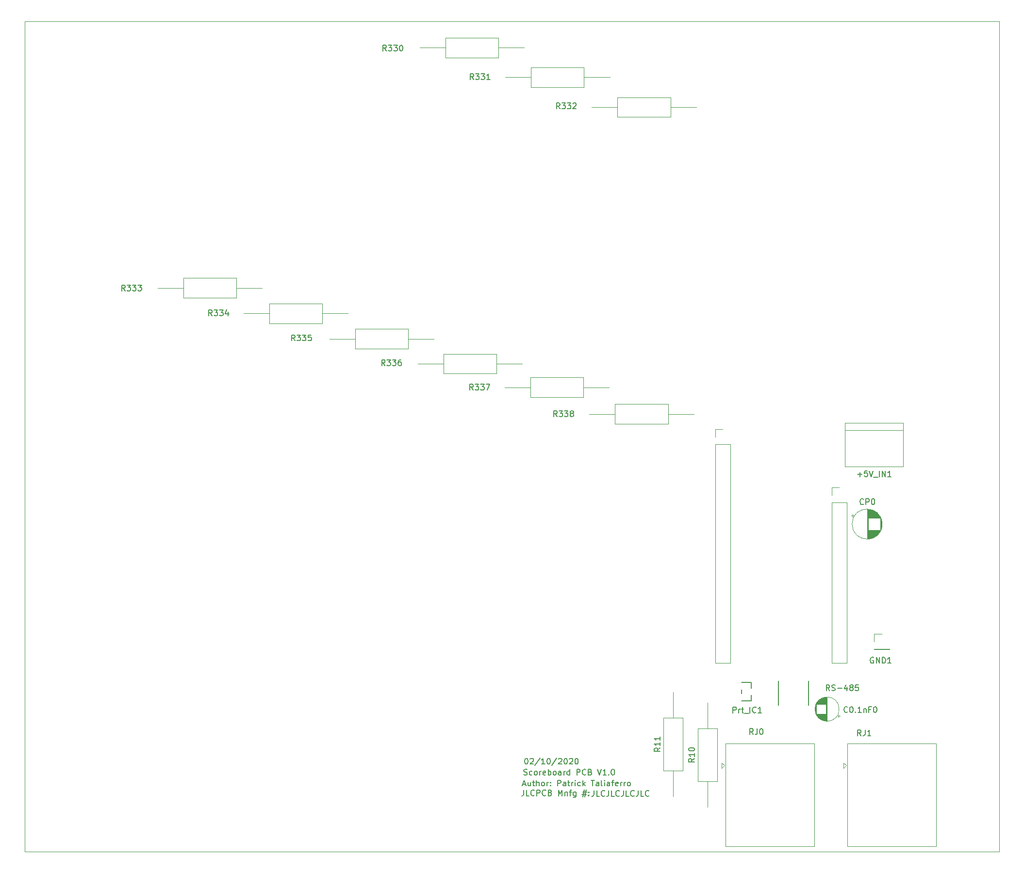
<source format=gbr>
G04 #@! TF.GenerationSoftware,KiCad,Pcbnew,5.1.5-52549c5~84~ubuntu18.04.1*
G04 #@! TF.CreationDate,2020-02-12T19:36:06-05:00*
G04 #@! TF.ProjectId,solenoid_board,736f6c65-6e6f-4696-945f-626f6172642e,rev?*
G04 #@! TF.SameCoordinates,Original*
G04 #@! TF.FileFunction,Legend,Top*
G04 #@! TF.FilePolarity,Positive*
%FSLAX46Y46*%
G04 Gerber Fmt 4.6, Leading zero omitted, Abs format (unit mm)*
G04 Created by KiCad (PCBNEW 5.1.5-52549c5~84~ubuntu18.04.1) date 2020-02-12 19:36:06*
%MOMM*%
%LPD*%
G04 APERTURE LIST*
G04 #@! TA.AperFunction,Profile*
%ADD10C,0.120000*%
G04 #@! TD*
%ADD11C,0.150000*%
%ADD12C,0.120000*%
%ADD13C,0.152400*%
G04 APERTURE END LIST*
D10*
X55000000Y-160000000D02*
X225000000Y-160000000D01*
X55000000Y-15000000D02*
X55000000Y-160000000D01*
X225000000Y-15000000D02*
X55000000Y-15000000D01*
X225000000Y-160000000D02*
X225000000Y-15000000D01*
D11*
X154308752Y-149286980D02*
X154308752Y-150001266D01*
X154261133Y-150144123D01*
X154165895Y-150239361D01*
X154023038Y-150286980D01*
X153927800Y-150286980D01*
X155261133Y-150286980D02*
X154784942Y-150286980D01*
X154784942Y-149286980D01*
X156165895Y-150191742D02*
X156118276Y-150239361D01*
X155975419Y-150286980D01*
X155880180Y-150286980D01*
X155737323Y-150239361D01*
X155642085Y-150144123D01*
X155594466Y-150048885D01*
X155546847Y-149858409D01*
X155546847Y-149715552D01*
X155594466Y-149525076D01*
X155642085Y-149429838D01*
X155737323Y-149334600D01*
X155880180Y-149286980D01*
X155975419Y-149286980D01*
X156118276Y-149334600D01*
X156165895Y-149382219D01*
X156880180Y-149286980D02*
X156880180Y-150001266D01*
X156832561Y-150144123D01*
X156737323Y-150239361D01*
X156594466Y-150286980D01*
X156499228Y-150286980D01*
X157832561Y-150286980D02*
X157356371Y-150286980D01*
X157356371Y-149286980D01*
X158737323Y-150191742D02*
X158689704Y-150239361D01*
X158546847Y-150286980D01*
X158451609Y-150286980D01*
X158308752Y-150239361D01*
X158213514Y-150144123D01*
X158165895Y-150048885D01*
X158118276Y-149858409D01*
X158118276Y-149715552D01*
X158165895Y-149525076D01*
X158213514Y-149429838D01*
X158308752Y-149334600D01*
X158451609Y-149286980D01*
X158546847Y-149286980D01*
X158689704Y-149334600D01*
X158737323Y-149382219D01*
X159451609Y-149286980D02*
X159451609Y-150001266D01*
X159403990Y-150144123D01*
X159308752Y-150239361D01*
X159165895Y-150286980D01*
X159070657Y-150286980D01*
X160403990Y-150286980D02*
X159927800Y-150286980D01*
X159927800Y-149286980D01*
X161308752Y-150191742D02*
X161261133Y-150239361D01*
X161118276Y-150286980D01*
X161023038Y-150286980D01*
X160880180Y-150239361D01*
X160784942Y-150144123D01*
X160737323Y-150048885D01*
X160689704Y-149858409D01*
X160689704Y-149715552D01*
X160737323Y-149525076D01*
X160784942Y-149429838D01*
X160880180Y-149334600D01*
X161023038Y-149286980D01*
X161118276Y-149286980D01*
X161261133Y-149334600D01*
X161308752Y-149382219D01*
X162023038Y-149286980D02*
X162023038Y-150001266D01*
X161975419Y-150144123D01*
X161880180Y-150239361D01*
X161737323Y-150286980D01*
X161642085Y-150286980D01*
X162975419Y-150286980D02*
X162499228Y-150286980D01*
X162499228Y-149286980D01*
X163880180Y-150191742D02*
X163832561Y-150239361D01*
X163689704Y-150286980D01*
X163594466Y-150286980D01*
X163451609Y-150239361D01*
X163356371Y-150144123D01*
X163308752Y-150048885D01*
X163261133Y-149858409D01*
X163261133Y-149715552D01*
X163308752Y-149525076D01*
X163356371Y-149429838D01*
X163451609Y-149334600D01*
X163594466Y-149286980D01*
X163689704Y-149286980D01*
X163832561Y-149334600D01*
X163880180Y-149382219D01*
X142050190Y-149185380D02*
X142050190Y-149899666D01*
X142002571Y-150042523D01*
X141907333Y-150137761D01*
X141764476Y-150185380D01*
X141669238Y-150185380D01*
X143002571Y-150185380D02*
X142526380Y-150185380D01*
X142526380Y-149185380D01*
X143907333Y-150090142D02*
X143859714Y-150137761D01*
X143716857Y-150185380D01*
X143621619Y-150185380D01*
X143478761Y-150137761D01*
X143383523Y-150042523D01*
X143335904Y-149947285D01*
X143288285Y-149756809D01*
X143288285Y-149613952D01*
X143335904Y-149423476D01*
X143383523Y-149328238D01*
X143478761Y-149233000D01*
X143621619Y-149185380D01*
X143716857Y-149185380D01*
X143859714Y-149233000D01*
X143907333Y-149280619D01*
X144335904Y-150185380D02*
X144335904Y-149185380D01*
X144716857Y-149185380D01*
X144812095Y-149233000D01*
X144859714Y-149280619D01*
X144907333Y-149375857D01*
X144907333Y-149518714D01*
X144859714Y-149613952D01*
X144812095Y-149661571D01*
X144716857Y-149709190D01*
X144335904Y-149709190D01*
X145907333Y-150090142D02*
X145859714Y-150137761D01*
X145716857Y-150185380D01*
X145621619Y-150185380D01*
X145478761Y-150137761D01*
X145383523Y-150042523D01*
X145335904Y-149947285D01*
X145288285Y-149756809D01*
X145288285Y-149613952D01*
X145335904Y-149423476D01*
X145383523Y-149328238D01*
X145478761Y-149233000D01*
X145621619Y-149185380D01*
X145716857Y-149185380D01*
X145859714Y-149233000D01*
X145907333Y-149280619D01*
X146669238Y-149661571D02*
X146812095Y-149709190D01*
X146859714Y-149756809D01*
X146907333Y-149852047D01*
X146907333Y-149994904D01*
X146859714Y-150090142D01*
X146812095Y-150137761D01*
X146716857Y-150185380D01*
X146335904Y-150185380D01*
X146335904Y-149185380D01*
X146669238Y-149185380D01*
X146764476Y-149233000D01*
X146812095Y-149280619D01*
X146859714Y-149375857D01*
X146859714Y-149471095D01*
X146812095Y-149566333D01*
X146764476Y-149613952D01*
X146669238Y-149661571D01*
X146335904Y-149661571D01*
X148097809Y-150185380D02*
X148097809Y-149185380D01*
X148431142Y-149899666D01*
X148764476Y-149185380D01*
X148764476Y-150185380D01*
X149240666Y-149518714D02*
X149240666Y-150185380D01*
X149240666Y-149613952D02*
X149288285Y-149566333D01*
X149383523Y-149518714D01*
X149526380Y-149518714D01*
X149621619Y-149566333D01*
X149669238Y-149661571D01*
X149669238Y-150185380D01*
X150002571Y-149518714D02*
X150383523Y-149518714D01*
X150145428Y-150185380D02*
X150145428Y-149328238D01*
X150193047Y-149233000D01*
X150288285Y-149185380D01*
X150383523Y-149185380D01*
X151145428Y-149518714D02*
X151145428Y-150328238D01*
X151097809Y-150423476D01*
X151050190Y-150471095D01*
X150954952Y-150518714D01*
X150812095Y-150518714D01*
X150716857Y-150471095D01*
X151145428Y-150137761D02*
X151050190Y-150185380D01*
X150859714Y-150185380D01*
X150764476Y-150137761D01*
X150716857Y-150090142D01*
X150669238Y-149994904D01*
X150669238Y-149709190D01*
X150716857Y-149613952D01*
X150764476Y-149566333D01*
X150859714Y-149518714D01*
X151050190Y-149518714D01*
X151145428Y-149566333D01*
X152335904Y-149518714D02*
X153050190Y-149518714D01*
X152621619Y-149090142D02*
X152335904Y-150375857D01*
X152954952Y-149947285D02*
X152240666Y-149947285D01*
X152669238Y-150375857D02*
X152954952Y-149090142D01*
X153383523Y-150090142D02*
X153431142Y-150137761D01*
X153383523Y-150185380D01*
X153335904Y-150137761D01*
X153383523Y-150090142D01*
X153383523Y-150185380D01*
X153383523Y-149566333D02*
X153431142Y-149613952D01*
X153383523Y-149661571D01*
X153335904Y-149613952D01*
X153383523Y-149566333D01*
X153383523Y-149661571D01*
X142459628Y-143673580D02*
X142554866Y-143673580D01*
X142650104Y-143721200D01*
X142697723Y-143768819D01*
X142745342Y-143864057D01*
X142792961Y-144054533D01*
X142792961Y-144292628D01*
X142745342Y-144483104D01*
X142697723Y-144578342D01*
X142650104Y-144625961D01*
X142554866Y-144673580D01*
X142459628Y-144673580D01*
X142364390Y-144625961D01*
X142316771Y-144578342D01*
X142269152Y-144483104D01*
X142221533Y-144292628D01*
X142221533Y-144054533D01*
X142269152Y-143864057D01*
X142316771Y-143768819D01*
X142364390Y-143721200D01*
X142459628Y-143673580D01*
X143173914Y-143768819D02*
X143221533Y-143721200D01*
X143316771Y-143673580D01*
X143554866Y-143673580D01*
X143650104Y-143721200D01*
X143697723Y-143768819D01*
X143745342Y-143864057D01*
X143745342Y-143959295D01*
X143697723Y-144102152D01*
X143126295Y-144673580D01*
X143745342Y-144673580D01*
X144888200Y-143625961D02*
X144031057Y-144911676D01*
X145745342Y-144673580D02*
X145173914Y-144673580D01*
X145459628Y-144673580D02*
X145459628Y-143673580D01*
X145364390Y-143816438D01*
X145269152Y-143911676D01*
X145173914Y-143959295D01*
X146364390Y-143673580D02*
X146459628Y-143673580D01*
X146554866Y-143721200D01*
X146602485Y-143768819D01*
X146650104Y-143864057D01*
X146697723Y-144054533D01*
X146697723Y-144292628D01*
X146650104Y-144483104D01*
X146602485Y-144578342D01*
X146554866Y-144625961D01*
X146459628Y-144673580D01*
X146364390Y-144673580D01*
X146269152Y-144625961D01*
X146221533Y-144578342D01*
X146173914Y-144483104D01*
X146126295Y-144292628D01*
X146126295Y-144054533D01*
X146173914Y-143864057D01*
X146221533Y-143768819D01*
X146269152Y-143721200D01*
X146364390Y-143673580D01*
X147840580Y-143625961D02*
X146983438Y-144911676D01*
X148126295Y-143768819D02*
X148173914Y-143721200D01*
X148269152Y-143673580D01*
X148507247Y-143673580D01*
X148602485Y-143721200D01*
X148650104Y-143768819D01*
X148697723Y-143864057D01*
X148697723Y-143959295D01*
X148650104Y-144102152D01*
X148078676Y-144673580D01*
X148697723Y-144673580D01*
X149316771Y-143673580D02*
X149412009Y-143673580D01*
X149507247Y-143721200D01*
X149554866Y-143768819D01*
X149602485Y-143864057D01*
X149650104Y-144054533D01*
X149650104Y-144292628D01*
X149602485Y-144483104D01*
X149554866Y-144578342D01*
X149507247Y-144625961D01*
X149412009Y-144673580D01*
X149316771Y-144673580D01*
X149221533Y-144625961D01*
X149173914Y-144578342D01*
X149126295Y-144483104D01*
X149078676Y-144292628D01*
X149078676Y-144054533D01*
X149126295Y-143864057D01*
X149173914Y-143768819D01*
X149221533Y-143721200D01*
X149316771Y-143673580D01*
X150031057Y-143768819D02*
X150078676Y-143721200D01*
X150173914Y-143673580D01*
X150412009Y-143673580D01*
X150507247Y-143721200D01*
X150554866Y-143768819D01*
X150602485Y-143864057D01*
X150602485Y-143959295D01*
X150554866Y-144102152D01*
X149983438Y-144673580D01*
X150602485Y-144673580D01*
X151221533Y-143673580D02*
X151316771Y-143673580D01*
X151412009Y-143721200D01*
X151459628Y-143768819D01*
X151507247Y-143864057D01*
X151554866Y-144054533D01*
X151554866Y-144292628D01*
X151507247Y-144483104D01*
X151459628Y-144578342D01*
X151412009Y-144625961D01*
X151316771Y-144673580D01*
X151221533Y-144673580D01*
X151126295Y-144625961D01*
X151078676Y-144578342D01*
X151031057Y-144483104D01*
X150983438Y-144292628D01*
X150983438Y-144054533D01*
X151031057Y-143864057D01*
X151078676Y-143768819D01*
X151126295Y-143721200D01*
X151221533Y-143673580D01*
X141901447Y-148197866D02*
X142377638Y-148197866D01*
X141806209Y-148483580D02*
X142139542Y-147483580D01*
X142472876Y-148483580D01*
X143234780Y-147816914D02*
X143234780Y-148483580D01*
X142806209Y-147816914D02*
X142806209Y-148340723D01*
X142853828Y-148435961D01*
X142949066Y-148483580D01*
X143091923Y-148483580D01*
X143187161Y-148435961D01*
X143234780Y-148388342D01*
X143568114Y-147816914D02*
X143949066Y-147816914D01*
X143710971Y-147483580D02*
X143710971Y-148340723D01*
X143758590Y-148435961D01*
X143853828Y-148483580D01*
X143949066Y-148483580D01*
X144282400Y-148483580D02*
X144282400Y-147483580D01*
X144710971Y-148483580D02*
X144710971Y-147959771D01*
X144663352Y-147864533D01*
X144568114Y-147816914D01*
X144425257Y-147816914D01*
X144330019Y-147864533D01*
X144282400Y-147912152D01*
X145330019Y-148483580D02*
X145234780Y-148435961D01*
X145187161Y-148388342D01*
X145139542Y-148293104D01*
X145139542Y-148007390D01*
X145187161Y-147912152D01*
X145234780Y-147864533D01*
X145330019Y-147816914D01*
X145472876Y-147816914D01*
X145568114Y-147864533D01*
X145615733Y-147912152D01*
X145663352Y-148007390D01*
X145663352Y-148293104D01*
X145615733Y-148388342D01*
X145568114Y-148435961D01*
X145472876Y-148483580D01*
X145330019Y-148483580D01*
X146091923Y-148483580D02*
X146091923Y-147816914D01*
X146091923Y-148007390D02*
X146139542Y-147912152D01*
X146187161Y-147864533D01*
X146282400Y-147816914D01*
X146377638Y-147816914D01*
X146710971Y-148388342D02*
X146758590Y-148435961D01*
X146710971Y-148483580D01*
X146663352Y-148435961D01*
X146710971Y-148388342D01*
X146710971Y-148483580D01*
X146710971Y-147864533D02*
X146758590Y-147912152D01*
X146710971Y-147959771D01*
X146663352Y-147912152D01*
X146710971Y-147864533D01*
X146710971Y-147959771D01*
X147949066Y-148483580D02*
X147949066Y-147483580D01*
X148330019Y-147483580D01*
X148425257Y-147531200D01*
X148472876Y-147578819D01*
X148520495Y-147674057D01*
X148520495Y-147816914D01*
X148472876Y-147912152D01*
X148425257Y-147959771D01*
X148330019Y-148007390D01*
X147949066Y-148007390D01*
X149377638Y-148483580D02*
X149377638Y-147959771D01*
X149330019Y-147864533D01*
X149234780Y-147816914D01*
X149044304Y-147816914D01*
X148949066Y-147864533D01*
X149377638Y-148435961D02*
X149282400Y-148483580D01*
X149044304Y-148483580D01*
X148949066Y-148435961D01*
X148901447Y-148340723D01*
X148901447Y-148245485D01*
X148949066Y-148150247D01*
X149044304Y-148102628D01*
X149282400Y-148102628D01*
X149377638Y-148055009D01*
X149710971Y-147816914D02*
X150091923Y-147816914D01*
X149853828Y-147483580D02*
X149853828Y-148340723D01*
X149901447Y-148435961D01*
X149996685Y-148483580D01*
X150091923Y-148483580D01*
X150425257Y-148483580D02*
X150425257Y-147816914D01*
X150425257Y-148007390D02*
X150472876Y-147912152D01*
X150520495Y-147864533D01*
X150615733Y-147816914D01*
X150710971Y-147816914D01*
X151044304Y-148483580D02*
X151044304Y-147816914D01*
X151044304Y-147483580D02*
X150996685Y-147531200D01*
X151044304Y-147578819D01*
X151091923Y-147531200D01*
X151044304Y-147483580D01*
X151044304Y-147578819D01*
X151949066Y-148435961D02*
X151853828Y-148483580D01*
X151663352Y-148483580D01*
X151568114Y-148435961D01*
X151520495Y-148388342D01*
X151472876Y-148293104D01*
X151472876Y-148007390D01*
X151520495Y-147912152D01*
X151568114Y-147864533D01*
X151663352Y-147816914D01*
X151853828Y-147816914D01*
X151949066Y-147864533D01*
X152377638Y-148483580D02*
X152377638Y-147483580D01*
X152472876Y-148102628D02*
X152758590Y-148483580D01*
X152758590Y-147816914D02*
X152377638Y-148197866D01*
X153806209Y-147483580D02*
X154377638Y-147483580D01*
X154091923Y-148483580D02*
X154091923Y-147483580D01*
X155139542Y-148483580D02*
X155139542Y-147959771D01*
X155091923Y-147864533D01*
X154996685Y-147816914D01*
X154806209Y-147816914D01*
X154710971Y-147864533D01*
X155139542Y-148435961D02*
X155044304Y-148483580D01*
X154806209Y-148483580D01*
X154710971Y-148435961D01*
X154663352Y-148340723D01*
X154663352Y-148245485D01*
X154710971Y-148150247D01*
X154806209Y-148102628D01*
X155044304Y-148102628D01*
X155139542Y-148055009D01*
X155758590Y-148483580D02*
X155663352Y-148435961D01*
X155615733Y-148340723D01*
X155615733Y-147483580D01*
X156139542Y-148483580D02*
X156139542Y-147816914D01*
X156139542Y-147483580D02*
X156091923Y-147531200D01*
X156139542Y-147578819D01*
X156187161Y-147531200D01*
X156139542Y-147483580D01*
X156139542Y-147578819D01*
X157044304Y-148483580D02*
X157044304Y-147959771D01*
X156996685Y-147864533D01*
X156901447Y-147816914D01*
X156710971Y-147816914D01*
X156615733Y-147864533D01*
X157044304Y-148435961D02*
X156949066Y-148483580D01*
X156710971Y-148483580D01*
X156615733Y-148435961D01*
X156568114Y-148340723D01*
X156568114Y-148245485D01*
X156615733Y-148150247D01*
X156710971Y-148102628D01*
X156949066Y-148102628D01*
X157044304Y-148055009D01*
X157377638Y-147816914D02*
X157758590Y-147816914D01*
X157520495Y-148483580D02*
X157520495Y-147626438D01*
X157568114Y-147531200D01*
X157663352Y-147483580D01*
X157758590Y-147483580D01*
X158472876Y-148435961D02*
X158377638Y-148483580D01*
X158187161Y-148483580D01*
X158091923Y-148435961D01*
X158044304Y-148340723D01*
X158044304Y-147959771D01*
X158091923Y-147864533D01*
X158187161Y-147816914D01*
X158377638Y-147816914D01*
X158472876Y-147864533D01*
X158520495Y-147959771D01*
X158520495Y-148055009D01*
X158044304Y-148150247D01*
X158949066Y-148483580D02*
X158949066Y-147816914D01*
X158949066Y-148007390D02*
X158996685Y-147912152D01*
X159044304Y-147864533D01*
X159139542Y-147816914D01*
X159234780Y-147816914D01*
X159568114Y-148483580D02*
X159568114Y-147816914D01*
X159568114Y-148007390D02*
X159615733Y-147912152D01*
X159663352Y-147864533D01*
X159758590Y-147816914D01*
X159853828Y-147816914D01*
X160330019Y-148483580D02*
X160234780Y-148435961D01*
X160187161Y-148388342D01*
X160139542Y-148293104D01*
X160139542Y-148007390D01*
X160187161Y-147912152D01*
X160234780Y-147864533D01*
X160330019Y-147816914D01*
X160472876Y-147816914D01*
X160568114Y-147864533D01*
X160615733Y-147912152D01*
X160663352Y-148007390D01*
X160663352Y-148293104D01*
X160615733Y-148388342D01*
X160568114Y-148435961D01*
X160472876Y-148483580D01*
X160330019Y-148483580D01*
X142082238Y-146530961D02*
X142225095Y-146578580D01*
X142463190Y-146578580D01*
X142558428Y-146530961D01*
X142606047Y-146483342D01*
X142653666Y-146388104D01*
X142653666Y-146292866D01*
X142606047Y-146197628D01*
X142558428Y-146150009D01*
X142463190Y-146102390D01*
X142272714Y-146054771D01*
X142177476Y-146007152D01*
X142129857Y-145959533D01*
X142082238Y-145864295D01*
X142082238Y-145769057D01*
X142129857Y-145673819D01*
X142177476Y-145626200D01*
X142272714Y-145578580D01*
X142510809Y-145578580D01*
X142653666Y-145626200D01*
X143510809Y-146530961D02*
X143415571Y-146578580D01*
X143225095Y-146578580D01*
X143129857Y-146530961D01*
X143082238Y-146483342D01*
X143034619Y-146388104D01*
X143034619Y-146102390D01*
X143082238Y-146007152D01*
X143129857Y-145959533D01*
X143225095Y-145911914D01*
X143415571Y-145911914D01*
X143510809Y-145959533D01*
X144082238Y-146578580D02*
X143987000Y-146530961D01*
X143939380Y-146483342D01*
X143891761Y-146388104D01*
X143891761Y-146102390D01*
X143939380Y-146007152D01*
X143987000Y-145959533D01*
X144082238Y-145911914D01*
X144225095Y-145911914D01*
X144320333Y-145959533D01*
X144367952Y-146007152D01*
X144415571Y-146102390D01*
X144415571Y-146388104D01*
X144367952Y-146483342D01*
X144320333Y-146530961D01*
X144225095Y-146578580D01*
X144082238Y-146578580D01*
X144844142Y-146578580D02*
X144844142Y-145911914D01*
X144844142Y-146102390D02*
X144891761Y-146007152D01*
X144939380Y-145959533D01*
X145034619Y-145911914D01*
X145129857Y-145911914D01*
X145844142Y-146530961D02*
X145748904Y-146578580D01*
X145558428Y-146578580D01*
X145463190Y-146530961D01*
X145415571Y-146435723D01*
X145415571Y-146054771D01*
X145463190Y-145959533D01*
X145558428Y-145911914D01*
X145748904Y-145911914D01*
X145844142Y-145959533D01*
X145891761Y-146054771D01*
X145891761Y-146150009D01*
X145415571Y-146245247D01*
X146320333Y-146578580D02*
X146320333Y-145578580D01*
X146320333Y-145959533D02*
X146415571Y-145911914D01*
X146606047Y-145911914D01*
X146701285Y-145959533D01*
X146748904Y-146007152D01*
X146796523Y-146102390D01*
X146796523Y-146388104D01*
X146748904Y-146483342D01*
X146701285Y-146530961D01*
X146606047Y-146578580D01*
X146415571Y-146578580D01*
X146320333Y-146530961D01*
X147367952Y-146578580D02*
X147272714Y-146530961D01*
X147225095Y-146483342D01*
X147177476Y-146388104D01*
X147177476Y-146102390D01*
X147225095Y-146007152D01*
X147272714Y-145959533D01*
X147367952Y-145911914D01*
X147510809Y-145911914D01*
X147606047Y-145959533D01*
X147653666Y-146007152D01*
X147701285Y-146102390D01*
X147701285Y-146388104D01*
X147653666Y-146483342D01*
X147606047Y-146530961D01*
X147510809Y-146578580D01*
X147367952Y-146578580D01*
X148558428Y-146578580D02*
X148558428Y-146054771D01*
X148510809Y-145959533D01*
X148415571Y-145911914D01*
X148225095Y-145911914D01*
X148129857Y-145959533D01*
X148558428Y-146530961D02*
X148463190Y-146578580D01*
X148225095Y-146578580D01*
X148129857Y-146530961D01*
X148082238Y-146435723D01*
X148082238Y-146340485D01*
X148129857Y-146245247D01*
X148225095Y-146197628D01*
X148463190Y-146197628D01*
X148558428Y-146150009D01*
X149034619Y-146578580D02*
X149034619Y-145911914D01*
X149034619Y-146102390D02*
X149082238Y-146007152D01*
X149129857Y-145959533D01*
X149225095Y-145911914D01*
X149320333Y-145911914D01*
X150082238Y-146578580D02*
X150082238Y-145578580D01*
X150082238Y-146530961D02*
X149987000Y-146578580D01*
X149796523Y-146578580D01*
X149701285Y-146530961D01*
X149653666Y-146483342D01*
X149606047Y-146388104D01*
X149606047Y-146102390D01*
X149653666Y-146007152D01*
X149701285Y-145959533D01*
X149796523Y-145911914D01*
X149987000Y-145911914D01*
X150082238Y-145959533D01*
X151320333Y-146578580D02*
X151320333Y-145578580D01*
X151701285Y-145578580D01*
X151796523Y-145626200D01*
X151844142Y-145673819D01*
X151891761Y-145769057D01*
X151891761Y-145911914D01*
X151844142Y-146007152D01*
X151796523Y-146054771D01*
X151701285Y-146102390D01*
X151320333Y-146102390D01*
X152891761Y-146483342D02*
X152844142Y-146530961D01*
X152701285Y-146578580D01*
X152606047Y-146578580D01*
X152463190Y-146530961D01*
X152367952Y-146435723D01*
X152320333Y-146340485D01*
X152272714Y-146150009D01*
X152272714Y-146007152D01*
X152320333Y-145816676D01*
X152367952Y-145721438D01*
X152463190Y-145626200D01*
X152606047Y-145578580D01*
X152701285Y-145578580D01*
X152844142Y-145626200D01*
X152891761Y-145673819D01*
X153653666Y-146054771D02*
X153796523Y-146102390D01*
X153844142Y-146150009D01*
X153891761Y-146245247D01*
X153891761Y-146388104D01*
X153844142Y-146483342D01*
X153796523Y-146530961D01*
X153701285Y-146578580D01*
X153320333Y-146578580D01*
X153320333Y-145578580D01*
X153653666Y-145578580D01*
X153748904Y-145626200D01*
X153796523Y-145673819D01*
X153844142Y-145769057D01*
X153844142Y-145864295D01*
X153796523Y-145959533D01*
X153748904Y-146007152D01*
X153653666Y-146054771D01*
X153320333Y-146054771D01*
X154939380Y-145578580D02*
X155272714Y-146578580D01*
X155606047Y-145578580D01*
X156463190Y-146578580D02*
X155891761Y-146578580D01*
X156177476Y-146578580D02*
X156177476Y-145578580D01*
X156082238Y-145721438D01*
X155987000Y-145816676D01*
X155891761Y-145864295D01*
X156891761Y-146483342D02*
X156939380Y-146530961D01*
X156891761Y-146578580D01*
X156844142Y-146530961D01*
X156891761Y-146483342D01*
X156891761Y-146578580D01*
X157558428Y-145578580D02*
X157653666Y-145578580D01*
X157748904Y-145626200D01*
X157796523Y-145673819D01*
X157844142Y-145769057D01*
X157891761Y-145959533D01*
X157891761Y-146197628D01*
X157844142Y-146388104D01*
X157796523Y-146483342D01*
X157748904Y-146530961D01*
X157653666Y-146578580D01*
X157558428Y-146578580D01*
X157463190Y-146530961D01*
X157415571Y-146483342D01*
X157367952Y-146388104D01*
X157320333Y-146197628D01*
X157320333Y-145959533D01*
X157367952Y-145769057D01*
X157415571Y-145673819D01*
X157463190Y-145626200D01*
X157558428Y-145578580D01*
D12*
G04 #@! TO.C,R11*
X168122600Y-132078600D02*
X168122600Y-136578600D01*
X168122600Y-150318600D02*
X168122600Y-145818600D01*
X166402600Y-136578600D02*
X166402600Y-145818600D01*
X169842600Y-136578600D02*
X166402600Y-136578600D01*
X169842600Y-145818600D02*
X169842600Y-136578600D01*
X166402600Y-145818600D02*
X169842600Y-145818600D01*
G04 #@! TO.C,R10*
X174117000Y-133958200D02*
X174117000Y-138458200D01*
X174117000Y-152198200D02*
X174117000Y-147698200D01*
X172397000Y-138458200D02*
X172397000Y-147698200D01*
X175837000Y-138458200D02*
X172397000Y-138458200D01*
X175837000Y-147698200D02*
X175837000Y-138458200D01*
X172397000Y-147698200D02*
X175837000Y-147698200D01*
G04 #@! TO.C,R338*
X171730800Y-83566000D02*
X167230800Y-83566000D01*
X153490800Y-83566000D02*
X157990800Y-83566000D01*
X167230800Y-81846000D02*
X157990800Y-81846000D01*
X167230800Y-85286000D02*
X167230800Y-81846000D01*
X157990800Y-85286000D02*
X167230800Y-85286000D01*
X157990800Y-81846000D02*
X157990800Y-85286000D01*
G04 #@! TO.C,R337*
X156973400Y-78917800D02*
X152473400Y-78917800D01*
X138733400Y-78917800D02*
X143233400Y-78917800D01*
X152473400Y-77197800D02*
X143233400Y-77197800D01*
X152473400Y-80637800D02*
X152473400Y-77197800D01*
X143233400Y-80637800D02*
X152473400Y-80637800D01*
X143233400Y-77197800D02*
X143233400Y-80637800D01*
G04 #@! TO.C,R336*
X141784200Y-74777600D02*
X137284200Y-74777600D01*
X123544200Y-74777600D02*
X128044200Y-74777600D01*
X137284200Y-73057600D02*
X128044200Y-73057600D01*
X137284200Y-76497600D02*
X137284200Y-73057600D01*
X128044200Y-76497600D02*
X137284200Y-76497600D01*
X128044200Y-73057600D02*
X128044200Y-76497600D01*
G04 #@! TO.C,R335*
X126391800Y-70434200D02*
X121891800Y-70434200D01*
X108151800Y-70434200D02*
X112651800Y-70434200D01*
X121891800Y-68714200D02*
X112651800Y-68714200D01*
X121891800Y-72154200D02*
X121891800Y-68714200D01*
X112651800Y-72154200D02*
X121891800Y-72154200D01*
X112651800Y-68714200D02*
X112651800Y-72154200D01*
G04 #@! TO.C,R334*
X111405800Y-66014600D02*
X106905800Y-66014600D01*
X93165800Y-66014600D02*
X97665800Y-66014600D01*
X106905800Y-64294600D02*
X97665800Y-64294600D01*
X106905800Y-67734600D02*
X106905800Y-64294600D01*
X97665800Y-67734600D02*
X106905800Y-67734600D01*
X97665800Y-64294600D02*
X97665800Y-67734600D01*
G04 #@! TO.C,R333*
X96445200Y-61544200D02*
X91945200Y-61544200D01*
X78205200Y-61544200D02*
X82705200Y-61544200D01*
X91945200Y-59824200D02*
X82705200Y-59824200D01*
X91945200Y-63264200D02*
X91945200Y-59824200D01*
X82705200Y-63264200D02*
X91945200Y-63264200D01*
X82705200Y-59824200D02*
X82705200Y-63264200D01*
G04 #@! TO.C,R332*
X172162600Y-29997400D02*
X167662600Y-29997400D01*
X153922600Y-29997400D02*
X158422600Y-29997400D01*
X167662600Y-28277400D02*
X158422600Y-28277400D01*
X167662600Y-31717400D02*
X167662600Y-28277400D01*
X158422600Y-31717400D02*
X167662600Y-31717400D01*
X158422600Y-28277400D02*
X158422600Y-31717400D01*
G04 #@! TO.C,R331*
X143335000Y-23070400D02*
X143335000Y-26510400D01*
X143335000Y-26510400D02*
X152575000Y-26510400D01*
X152575000Y-26510400D02*
X152575000Y-23070400D01*
X152575000Y-23070400D02*
X143335000Y-23070400D01*
X138835000Y-24790400D02*
X143335000Y-24790400D01*
X157075000Y-24790400D02*
X152575000Y-24790400D01*
G04 #@! TO.C,R330*
X128425200Y-17888800D02*
X128425200Y-21328800D01*
X128425200Y-21328800D02*
X137665200Y-21328800D01*
X137665200Y-21328800D02*
X137665200Y-17888800D01*
X137665200Y-17888800D02*
X128425200Y-17888800D01*
X123925200Y-19608800D02*
X128425200Y-19608800D01*
X142165200Y-19608800D02*
X137665200Y-19608800D01*
G04 #@! TO.C,RJ1*
X197803000Y-145432400D02*
X198303000Y-144932400D01*
X197803000Y-144432400D02*
X197803000Y-145432400D01*
X198303000Y-144932400D02*
X197803000Y-144432400D01*
X198488000Y-159012400D02*
X214008000Y-159012400D01*
X214008000Y-141052400D02*
X214008000Y-159012400D01*
X214008000Y-141052400D02*
X198488000Y-141052400D01*
X198488000Y-141052400D02*
X198488000Y-159012400D01*
G04 #@! TO.C,RJ0*
X176594000Y-145432400D02*
X177094000Y-144932400D01*
X176594000Y-144432400D02*
X176594000Y-145432400D01*
X177094000Y-144932400D02*
X176594000Y-144432400D01*
X177279000Y-159012400D02*
X192799000Y-159012400D01*
X192799000Y-141052400D02*
X192799000Y-159012400D01*
X192799000Y-141052400D02*
X177279000Y-141052400D01*
X177279000Y-141052400D02*
X177279000Y-159012400D01*
G04 #@! TO.C,CP0*
X204580800Y-102768400D02*
G75*
G03X204580800Y-102768400I-2620000J0D01*
G01*
X201960800Y-100188400D02*
X201960800Y-105348400D01*
X202000800Y-100188400D02*
X202000800Y-105348400D01*
X202040800Y-100189400D02*
X202040800Y-105347400D01*
X202080800Y-100190400D02*
X202080800Y-105346400D01*
X202120800Y-100192400D02*
X202120800Y-105344400D01*
X202160800Y-100195400D02*
X202160800Y-105341400D01*
X202200800Y-100199400D02*
X202200800Y-101728400D01*
X202200800Y-103808400D02*
X202200800Y-105337400D01*
X202240800Y-100203400D02*
X202240800Y-101728400D01*
X202240800Y-103808400D02*
X202240800Y-105333400D01*
X202280800Y-100207400D02*
X202280800Y-101728400D01*
X202280800Y-103808400D02*
X202280800Y-105329400D01*
X202320800Y-100212400D02*
X202320800Y-101728400D01*
X202320800Y-103808400D02*
X202320800Y-105324400D01*
X202360800Y-100218400D02*
X202360800Y-101728400D01*
X202360800Y-103808400D02*
X202360800Y-105318400D01*
X202400800Y-100225400D02*
X202400800Y-101728400D01*
X202400800Y-103808400D02*
X202400800Y-105311400D01*
X202440800Y-100232400D02*
X202440800Y-101728400D01*
X202440800Y-103808400D02*
X202440800Y-105304400D01*
X202480800Y-100240400D02*
X202480800Y-101728400D01*
X202480800Y-103808400D02*
X202480800Y-105296400D01*
X202520800Y-100248400D02*
X202520800Y-101728400D01*
X202520800Y-103808400D02*
X202520800Y-105288400D01*
X202560800Y-100257400D02*
X202560800Y-101728400D01*
X202560800Y-103808400D02*
X202560800Y-105279400D01*
X202600800Y-100267400D02*
X202600800Y-101728400D01*
X202600800Y-103808400D02*
X202600800Y-105269400D01*
X202640800Y-100277400D02*
X202640800Y-101728400D01*
X202640800Y-103808400D02*
X202640800Y-105259400D01*
X202681800Y-100288400D02*
X202681800Y-101728400D01*
X202681800Y-103808400D02*
X202681800Y-105248400D01*
X202721800Y-100300400D02*
X202721800Y-101728400D01*
X202721800Y-103808400D02*
X202721800Y-105236400D01*
X202761800Y-100313400D02*
X202761800Y-101728400D01*
X202761800Y-103808400D02*
X202761800Y-105223400D01*
X202801800Y-100326400D02*
X202801800Y-101728400D01*
X202801800Y-103808400D02*
X202801800Y-105210400D01*
X202841800Y-100340400D02*
X202841800Y-101728400D01*
X202841800Y-103808400D02*
X202841800Y-105196400D01*
X202881800Y-100354400D02*
X202881800Y-101728400D01*
X202881800Y-103808400D02*
X202881800Y-105182400D01*
X202921800Y-100370400D02*
X202921800Y-101728400D01*
X202921800Y-103808400D02*
X202921800Y-105166400D01*
X202961800Y-100386400D02*
X202961800Y-101728400D01*
X202961800Y-103808400D02*
X202961800Y-105150400D01*
X203001800Y-100403400D02*
X203001800Y-101728400D01*
X203001800Y-103808400D02*
X203001800Y-105133400D01*
X203041800Y-100420400D02*
X203041800Y-101728400D01*
X203041800Y-103808400D02*
X203041800Y-105116400D01*
X203081800Y-100439400D02*
X203081800Y-101728400D01*
X203081800Y-103808400D02*
X203081800Y-105097400D01*
X203121800Y-100458400D02*
X203121800Y-101728400D01*
X203121800Y-103808400D02*
X203121800Y-105078400D01*
X203161800Y-100478400D02*
X203161800Y-101728400D01*
X203161800Y-103808400D02*
X203161800Y-105058400D01*
X203201800Y-100500400D02*
X203201800Y-101728400D01*
X203201800Y-103808400D02*
X203201800Y-105036400D01*
X203241800Y-100521400D02*
X203241800Y-101728400D01*
X203241800Y-103808400D02*
X203241800Y-105015400D01*
X203281800Y-100544400D02*
X203281800Y-101728400D01*
X203281800Y-103808400D02*
X203281800Y-104992400D01*
X203321800Y-100568400D02*
X203321800Y-101728400D01*
X203321800Y-103808400D02*
X203321800Y-104968400D01*
X203361800Y-100593400D02*
X203361800Y-101728400D01*
X203361800Y-103808400D02*
X203361800Y-104943400D01*
X203401800Y-100619400D02*
X203401800Y-101728400D01*
X203401800Y-103808400D02*
X203401800Y-104917400D01*
X203441800Y-100646400D02*
X203441800Y-101728400D01*
X203441800Y-103808400D02*
X203441800Y-104890400D01*
X203481800Y-100673400D02*
X203481800Y-101728400D01*
X203481800Y-103808400D02*
X203481800Y-104863400D01*
X203521800Y-100703400D02*
X203521800Y-101728400D01*
X203521800Y-103808400D02*
X203521800Y-104833400D01*
X203561800Y-100733400D02*
X203561800Y-101728400D01*
X203561800Y-103808400D02*
X203561800Y-104803400D01*
X203601800Y-100764400D02*
X203601800Y-101728400D01*
X203601800Y-103808400D02*
X203601800Y-104772400D01*
X203641800Y-100797400D02*
X203641800Y-101728400D01*
X203641800Y-103808400D02*
X203641800Y-104739400D01*
X203681800Y-100831400D02*
X203681800Y-101728400D01*
X203681800Y-103808400D02*
X203681800Y-104705400D01*
X203721800Y-100867400D02*
X203721800Y-101728400D01*
X203721800Y-103808400D02*
X203721800Y-104669400D01*
X203761800Y-100904400D02*
X203761800Y-101728400D01*
X203761800Y-103808400D02*
X203761800Y-104632400D01*
X203801800Y-100942400D02*
X203801800Y-101728400D01*
X203801800Y-103808400D02*
X203801800Y-104594400D01*
X203841800Y-100983400D02*
X203841800Y-101728400D01*
X203841800Y-103808400D02*
X203841800Y-104553400D01*
X203881800Y-101025400D02*
X203881800Y-101728400D01*
X203881800Y-103808400D02*
X203881800Y-104511400D01*
X203921800Y-101069400D02*
X203921800Y-101728400D01*
X203921800Y-103808400D02*
X203921800Y-104467400D01*
X203961800Y-101115400D02*
X203961800Y-101728400D01*
X203961800Y-103808400D02*
X203961800Y-104421400D01*
X204001800Y-101163400D02*
X204001800Y-101728400D01*
X204001800Y-103808400D02*
X204001800Y-104373400D01*
X204041800Y-101214400D02*
X204041800Y-101728400D01*
X204041800Y-103808400D02*
X204041800Y-104322400D01*
X204081800Y-101268400D02*
X204081800Y-101728400D01*
X204081800Y-103808400D02*
X204081800Y-104268400D01*
X204121800Y-101325400D02*
X204121800Y-101728400D01*
X204121800Y-103808400D02*
X204121800Y-104211400D01*
X204161800Y-101385400D02*
X204161800Y-101728400D01*
X204161800Y-103808400D02*
X204161800Y-104151400D01*
X204201800Y-101449400D02*
X204201800Y-101728400D01*
X204201800Y-103808400D02*
X204201800Y-104087400D01*
X204241800Y-101517400D02*
X204241800Y-101728400D01*
X204241800Y-103808400D02*
X204241800Y-104019400D01*
X204281800Y-101590400D02*
X204281800Y-103946400D01*
X204321800Y-101670400D02*
X204321800Y-103866400D01*
X204361800Y-101757400D02*
X204361800Y-103779400D01*
X204401800Y-101853400D02*
X204401800Y-103683400D01*
X204441800Y-101963400D02*
X204441800Y-103573400D01*
X204481800Y-102091400D02*
X204481800Y-103445400D01*
X204521800Y-102250400D02*
X204521800Y-103286400D01*
X204561800Y-102484400D02*
X204561800Y-103052400D01*
X199156025Y-101293400D02*
X199656025Y-101293400D01*
X199406025Y-101043400D02*
X199406025Y-101543400D01*
G04 #@! TO.C,C0.1nF0*
X197081000Y-135077200D02*
G75*
G03X197081000Y-135077200I-2120000J0D01*
G01*
X194961000Y-137157200D02*
X194961000Y-132997200D01*
X194921000Y-137157200D02*
X194921000Y-132997200D01*
X194881000Y-137156200D02*
X194881000Y-132998200D01*
X194841000Y-137154200D02*
X194841000Y-133000200D01*
X194801000Y-137151200D02*
X194801000Y-133003200D01*
X194761000Y-137148200D02*
X194761000Y-135917200D01*
X194761000Y-134237200D02*
X194761000Y-133006200D01*
X194721000Y-137144200D02*
X194721000Y-135917200D01*
X194721000Y-134237200D02*
X194721000Y-133010200D01*
X194681000Y-137139200D02*
X194681000Y-135917200D01*
X194681000Y-134237200D02*
X194681000Y-133015200D01*
X194641000Y-137133200D02*
X194641000Y-135917200D01*
X194641000Y-134237200D02*
X194641000Y-133021200D01*
X194601000Y-137127200D02*
X194601000Y-135917200D01*
X194601000Y-134237200D02*
X194601000Y-133027200D01*
X194561000Y-137119200D02*
X194561000Y-135917200D01*
X194561000Y-134237200D02*
X194561000Y-133035200D01*
X194521000Y-137111200D02*
X194521000Y-135917200D01*
X194521000Y-134237200D02*
X194521000Y-133043200D01*
X194481000Y-137102200D02*
X194481000Y-135917200D01*
X194481000Y-134237200D02*
X194481000Y-133052200D01*
X194441000Y-137093200D02*
X194441000Y-135917200D01*
X194441000Y-134237200D02*
X194441000Y-133061200D01*
X194401000Y-137082200D02*
X194401000Y-135917200D01*
X194401000Y-134237200D02*
X194401000Y-133072200D01*
X194361000Y-137071200D02*
X194361000Y-135917200D01*
X194361000Y-134237200D02*
X194361000Y-133083200D01*
X194321000Y-137059200D02*
X194321000Y-135917200D01*
X194321000Y-134237200D02*
X194321000Y-133095200D01*
X194281000Y-137045200D02*
X194281000Y-135917200D01*
X194281000Y-134237200D02*
X194281000Y-133109200D01*
X194240000Y-137031200D02*
X194240000Y-135917200D01*
X194240000Y-134237200D02*
X194240000Y-133123200D01*
X194200000Y-137017200D02*
X194200000Y-135917200D01*
X194200000Y-134237200D02*
X194200000Y-133137200D01*
X194160000Y-137001200D02*
X194160000Y-135917200D01*
X194160000Y-134237200D02*
X194160000Y-133153200D01*
X194120000Y-136984200D02*
X194120000Y-135917200D01*
X194120000Y-134237200D02*
X194120000Y-133170200D01*
X194080000Y-136966200D02*
X194080000Y-135917200D01*
X194080000Y-134237200D02*
X194080000Y-133188200D01*
X194040000Y-136947200D02*
X194040000Y-135917200D01*
X194040000Y-134237200D02*
X194040000Y-133207200D01*
X194000000Y-136928200D02*
X194000000Y-135917200D01*
X194000000Y-134237200D02*
X194000000Y-133226200D01*
X193960000Y-136907200D02*
X193960000Y-135917200D01*
X193960000Y-134237200D02*
X193960000Y-133247200D01*
X193920000Y-136885200D02*
X193920000Y-135917200D01*
X193920000Y-134237200D02*
X193920000Y-133269200D01*
X193880000Y-136862200D02*
X193880000Y-135917200D01*
X193880000Y-134237200D02*
X193880000Y-133292200D01*
X193840000Y-136837200D02*
X193840000Y-135917200D01*
X193840000Y-134237200D02*
X193840000Y-133317200D01*
X193800000Y-136812200D02*
X193800000Y-135917200D01*
X193800000Y-134237200D02*
X193800000Y-133342200D01*
X193760000Y-136785200D02*
X193760000Y-135917200D01*
X193760000Y-134237200D02*
X193760000Y-133369200D01*
X193720000Y-136757200D02*
X193720000Y-135917200D01*
X193720000Y-134237200D02*
X193720000Y-133397200D01*
X193680000Y-136727200D02*
X193680000Y-135917200D01*
X193680000Y-134237200D02*
X193680000Y-133427200D01*
X193640000Y-136696200D02*
X193640000Y-135917200D01*
X193640000Y-134237200D02*
X193640000Y-133458200D01*
X193600000Y-136664200D02*
X193600000Y-135917200D01*
X193600000Y-134237200D02*
X193600000Y-133490200D01*
X193560000Y-136629200D02*
X193560000Y-135917200D01*
X193560000Y-134237200D02*
X193560000Y-133525200D01*
X193520000Y-136593200D02*
X193520000Y-135917200D01*
X193520000Y-134237200D02*
X193520000Y-133561200D01*
X193480000Y-136555200D02*
X193480000Y-135917200D01*
X193480000Y-134237200D02*
X193480000Y-133599200D01*
X193440000Y-136515200D02*
X193440000Y-135917200D01*
X193440000Y-134237200D02*
X193440000Y-133639200D01*
X193400000Y-136473200D02*
X193400000Y-135917200D01*
X193400000Y-134237200D02*
X193400000Y-133681200D01*
X193360000Y-136428200D02*
X193360000Y-135917200D01*
X193360000Y-134237200D02*
X193360000Y-133726200D01*
X193320000Y-136381200D02*
X193320000Y-135917200D01*
X193320000Y-134237200D02*
X193320000Y-133773200D01*
X193280000Y-136331200D02*
X193280000Y-135917200D01*
X193280000Y-134237200D02*
X193280000Y-133823200D01*
X193240000Y-136277200D02*
X193240000Y-135917200D01*
X193240000Y-134237200D02*
X193240000Y-133877200D01*
X193200000Y-136219200D02*
X193200000Y-135917200D01*
X193200000Y-134237200D02*
X193200000Y-133935200D01*
X193160000Y-136157200D02*
X193160000Y-135917200D01*
X193160000Y-134237200D02*
X193160000Y-133997200D01*
X193120000Y-136090200D02*
X193120000Y-134064200D01*
X193080000Y-136017200D02*
X193080000Y-134137200D01*
X193040000Y-135936200D02*
X193040000Y-134218200D01*
X193000000Y-135845200D02*
X193000000Y-134309200D01*
X192960000Y-135741200D02*
X192960000Y-134413200D01*
X192920000Y-135614200D02*
X192920000Y-134540200D01*
X192880000Y-135447200D02*
X192880000Y-134707200D01*
X197230801Y-136272200D02*
X196830801Y-136272200D01*
X197030801Y-136472200D02*
X197030801Y-136072200D01*
G04 #@! TO.C,+5V_IN1*
X198120000Y-86410800D02*
X208280000Y-86410800D01*
X198120000Y-85140800D02*
X198120000Y-92760800D01*
X198120000Y-92760800D02*
X208280000Y-92760800D01*
X208280000Y-92760800D02*
X208280000Y-85140800D01*
X208280000Y-85140800D02*
X198120000Y-85140800D01*
G04 #@! TO.C,GND1*
X203190800Y-124647000D02*
X205850800Y-124647000D01*
X203190800Y-124587000D02*
X203190800Y-124647000D01*
X205850800Y-124587000D02*
X205850800Y-124647000D01*
X203190800Y-124587000D02*
X205850800Y-124587000D01*
X203190800Y-123317000D02*
X203190800Y-121987000D01*
X203190800Y-121987000D02*
X204520800Y-121987000D01*
D13*
G04 #@! TO.C,RS-485*
X191731900Y-134404100D02*
X191731900Y-130162300D01*
X186474100Y-130162300D02*
X186474100Y-134404100D01*
G04 #@! TO.C,Prt_IC1*
X180098700Y-131691339D02*
X180098700Y-132367061D01*
X180098700Y-133654800D02*
X181749700Y-133654800D01*
X181749700Y-133654800D02*
X181749700Y-132641340D01*
X181749700Y-130403600D02*
X180098700Y-130403600D01*
X181749700Y-131417060D02*
X181749700Y-130403600D01*
D12*
G04 #@! TO.C,J3*
X195774000Y-127009200D02*
X198434000Y-127009200D01*
X195774000Y-99009200D02*
X195774000Y-127009200D01*
X198434000Y-99009200D02*
X198434000Y-127009200D01*
X195774000Y-99009200D02*
X198434000Y-99009200D01*
X195774000Y-97739200D02*
X195774000Y-96409200D01*
X195774000Y-96409200D02*
X197104000Y-96409200D01*
G04 #@! TO.C,J2*
X175454000Y-127009200D02*
X178114000Y-127009200D01*
X175454000Y-88849200D02*
X175454000Y-127009200D01*
X178114000Y-88849200D02*
X178114000Y-127009200D01*
X175454000Y-88849200D02*
X178114000Y-88849200D01*
X175454000Y-87579200D02*
X175454000Y-86249200D01*
X175454000Y-86249200D02*
X176784000Y-86249200D01*
G04 #@! TD*
G04 #@! TO.C,R11*
D11*
X165854980Y-141841457D02*
X165378790Y-142174790D01*
X165854980Y-142412885D02*
X164854980Y-142412885D01*
X164854980Y-142031933D01*
X164902600Y-141936695D01*
X164950219Y-141889076D01*
X165045457Y-141841457D01*
X165188314Y-141841457D01*
X165283552Y-141889076D01*
X165331171Y-141936695D01*
X165378790Y-142031933D01*
X165378790Y-142412885D01*
X165854980Y-140889076D02*
X165854980Y-141460504D01*
X165854980Y-141174790D02*
X164854980Y-141174790D01*
X164997838Y-141270028D01*
X165093076Y-141365266D01*
X165140695Y-141460504D01*
X165854980Y-139936695D02*
X165854980Y-140508123D01*
X165854980Y-140222409D02*
X164854980Y-140222409D01*
X164997838Y-140317647D01*
X165093076Y-140412885D01*
X165140695Y-140508123D01*
G04 #@! TO.C,R10*
X171849380Y-143721057D02*
X171373190Y-144054390D01*
X171849380Y-144292485D02*
X170849380Y-144292485D01*
X170849380Y-143911533D01*
X170897000Y-143816295D01*
X170944619Y-143768676D01*
X171039857Y-143721057D01*
X171182714Y-143721057D01*
X171277952Y-143768676D01*
X171325571Y-143816295D01*
X171373190Y-143911533D01*
X171373190Y-144292485D01*
X171849380Y-142768676D02*
X171849380Y-143340104D01*
X171849380Y-143054390D02*
X170849380Y-143054390D01*
X170992238Y-143149628D01*
X171087476Y-143244866D01*
X171135095Y-143340104D01*
X170849380Y-142149628D02*
X170849380Y-142054390D01*
X170897000Y-141959152D01*
X170944619Y-141911533D01*
X171039857Y-141863914D01*
X171230333Y-141816295D01*
X171468428Y-141816295D01*
X171658904Y-141863914D01*
X171754142Y-141911533D01*
X171801761Y-141959152D01*
X171849380Y-142054390D01*
X171849380Y-142149628D01*
X171801761Y-142244866D01*
X171754142Y-142292485D01*
X171658904Y-142340104D01*
X171468428Y-142387723D01*
X171230333Y-142387723D01*
X171039857Y-142340104D01*
X170944619Y-142292485D01*
X170897000Y-142244866D01*
X170849380Y-142149628D01*
G04 #@! TO.C,R338*
X147877352Y-84018380D02*
X147544019Y-83542190D01*
X147305923Y-84018380D02*
X147305923Y-83018380D01*
X147686876Y-83018380D01*
X147782114Y-83066000D01*
X147829733Y-83113619D01*
X147877352Y-83208857D01*
X147877352Y-83351714D01*
X147829733Y-83446952D01*
X147782114Y-83494571D01*
X147686876Y-83542190D01*
X147305923Y-83542190D01*
X148210685Y-83018380D02*
X148829733Y-83018380D01*
X148496400Y-83399333D01*
X148639257Y-83399333D01*
X148734495Y-83446952D01*
X148782114Y-83494571D01*
X148829733Y-83589809D01*
X148829733Y-83827904D01*
X148782114Y-83923142D01*
X148734495Y-83970761D01*
X148639257Y-84018380D01*
X148353542Y-84018380D01*
X148258304Y-83970761D01*
X148210685Y-83923142D01*
X149163066Y-83018380D02*
X149782114Y-83018380D01*
X149448780Y-83399333D01*
X149591638Y-83399333D01*
X149686876Y-83446952D01*
X149734495Y-83494571D01*
X149782114Y-83589809D01*
X149782114Y-83827904D01*
X149734495Y-83923142D01*
X149686876Y-83970761D01*
X149591638Y-84018380D01*
X149305923Y-84018380D01*
X149210685Y-83970761D01*
X149163066Y-83923142D01*
X150353542Y-83446952D02*
X150258304Y-83399333D01*
X150210685Y-83351714D01*
X150163066Y-83256476D01*
X150163066Y-83208857D01*
X150210685Y-83113619D01*
X150258304Y-83066000D01*
X150353542Y-83018380D01*
X150544019Y-83018380D01*
X150639257Y-83066000D01*
X150686876Y-83113619D01*
X150734495Y-83208857D01*
X150734495Y-83256476D01*
X150686876Y-83351714D01*
X150639257Y-83399333D01*
X150544019Y-83446952D01*
X150353542Y-83446952D01*
X150258304Y-83494571D01*
X150210685Y-83542190D01*
X150163066Y-83637428D01*
X150163066Y-83827904D01*
X150210685Y-83923142D01*
X150258304Y-83970761D01*
X150353542Y-84018380D01*
X150544019Y-84018380D01*
X150639257Y-83970761D01*
X150686876Y-83923142D01*
X150734495Y-83827904D01*
X150734495Y-83637428D01*
X150686876Y-83542190D01*
X150639257Y-83494571D01*
X150544019Y-83446952D01*
G04 #@! TO.C,R337*
X133246952Y-79370180D02*
X132913619Y-78893990D01*
X132675523Y-79370180D02*
X132675523Y-78370180D01*
X133056476Y-78370180D01*
X133151714Y-78417800D01*
X133199333Y-78465419D01*
X133246952Y-78560657D01*
X133246952Y-78703514D01*
X133199333Y-78798752D01*
X133151714Y-78846371D01*
X133056476Y-78893990D01*
X132675523Y-78893990D01*
X133580285Y-78370180D02*
X134199333Y-78370180D01*
X133866000Y-78751133D01*
X134008857Y-78751133D01*
X134104095Y-78798752D01*
X134151714Y-78846371D01*
X134199333Y-78941609D01*
X134199333Y-79179704D01*
X134151714Y-79274942D01*
X134104095Y-79322561D01*
X134008857Y-79370180D01*
X133723142Y-79370180D01*
X133627904Y-79322561D01*
X133580285Y-79274942D01*
X134532666Y-78370180D02*
X135151714Y-78370180D01*
X134818380Y-78751133D01*
X134961238Y-78751133D01*
X135056476Y-78798752D01*
X135104095Y-78846371D01*
X135151714Y-78941609D01*
X135151714Y-79179704D01*
X135104095Y-79274942D01*
X135056476Y-79322561D01*
X134961238Y-79370180D01*
X134675523Y-79370180D01*
X134580285Y-79322561D01*
X134532666Y-79274942D01*
X135485047Y-78370180D02*
X136151714Y-78370180D01*
X135723142Y-79370180D01*
G04 #@! TO.C,R336*
X117854552Y-75102980D02*
X117521219Y-74626790D01*
X117283123Y-75102980D02*
X117283123Y-74102980D01*
X117664076Y-74102980D01*
X117759314Y-74150600D01*
X117806933Y-74198219D01*
X117854552Y-74293457D01*
X117854552Y-74436314D01*
X117806933Y-74531552D01*
X117759314Y-74579171D01*
X117664076Y-74626790D01*
X117283123Y-74626790D01*
X118187885Y-74102980D02*
X118806933Y-74102980D01*
X118473600Y-74483933D01*
X118616457Y-74483933D01*
X118711695Y-74531552D01*
X118759314Y-74579171D01*
X118806933Y-74674409D01*
X118806933Y-74912504D01*
X118759314Y-75007742D01*
X118711695Y-75055361D01*
X118616457Y-75102980D01*
X118330742Y-75102980D01*
X118235504Y-75055361D01*
X118187885Y-75007742D01*
X119140266Y-74102980D02*
X119759314Y-74102980D01*
X119425980Y-74483933D01*
X119568838Y-74483933D01*
X119664076Y-74531552D01*
X119711695Y-74579171D01*
X119759314Y-74674409D01*
X119759314Y-74912504D01*
X119711695Y-75007742D01*
X119664076Y-75055361D01*
X119568838Y-75102980D01*
X119283123Y-75102980D01*
X119187885Y-75055361D01*
X119140266Y-75007742D01*
X120616457Y-74102980D02*
X120425980Y-74102980D01*
X120330742Y-74150600D01*
X120283123Y-74198219D01*
X120187885Y-74341076D01*
X120140266Y-74531552D01*
X120140266Y-74912504D01*
X120187885Y-75007742D01*
X120235504Y-75055361D01*
X120330742Y-75102980D01*
X120521219Y-75102980D01*
X120616457Y-75055361D01*
X120664076Y-75007742D01*
X120711695Y-74912504D01*
X120711695Y-74674409D01*
X120664076Y-74579171D01*
X120616457Y-74531552D01*
X120521219Y-74483933D01*
X120330742Y-74483933D01*
X120235504Y-74531552D01*
X120187885Y-74579171D01*
X120140266Y-74674409D01*
G04 #@! TO.C,R335*
X102157352Y-70759580D02*
X101824019Y-70283390D01*
X101585923Y-70759580D02*
X101585923Y-69759580D01*
X101966876Y-69759580D01*
X102062114Y-69807200D01*
X102109733Y-69854819D01*
X102157352Y-69950057D01*
X102157352Y-70092914D01*
X102109733Y-70188152D01*
X102062114Y-70235771D01*
X101966876Y-70283390D01*
X101585923Y-70283390D01*
X102490685Y-69759580D02*
X103109733Y-69759580D01*
X102776400Y-70140533D01*
X102919257Y-70140533D01*
X103014495Y-70188152D01*
X103062114Y-70235771D01*
X103109733Y-70331009D01*
X103109733Y-70569104D01*
X103062114Y-70664342D01*
X103014495Y-70711961D01*
X102919257Y-70759580D01*
X102633542Y-70759580D01*
X102538304Y-70711961D01*
X102490685Y-70664342D01*
X103443066Y-69759580D02*
X104062114Y-69759580D01*
X103728780Y-70140533D01*
X103871638Y-70140533D01*
X103966876Y-70188152D01*
X104014495Y-70235771D01*
X104062114Y-70331009D01*
X104062114Y-70569104D01*
X104014495Y-70664342D01*
X103966876Y-70711961D01*
X103871638Y-70759580D01*
X103585923Y-70759580D01*
X103490685Y-70711961D01*
X103443066Y-70664342D01*
X104966876Y-69759580D02*
X104490685Y-69759580D01*
X104443066Y-70235771D01*
X104490685Y-70188152D01*
X104585923Y-70140533D01*
X104824019Y-70140533D01*
X104919257Y-70188152D01*
X104966876Y-70235771D01*
X105014495Y-70331009D01*
X105014495Y-70569104D01*
X104966876Y-70664342D01*
X104919257Y-70711961D01*
X104824019Y-70759580D01*
X104585923Y-70759580D01*
X104490685Y-70711961D01*
X104443066Y-70664342D01*
G04 #@! TO.C,R334*
X87704752Y-66390780D02*
X87371419Y-65914590D01*
X87133323Y-66390780D02*
X87133323Y-65390780D01*
X87514276Y-65390780D01*
X87609514Y-65438400D01*
X87657133Y-65486019D01*
X87704752Y-65581257D01*
X87704752Y-65724114D01*
X87657133Y-65819352D01*
X87609514Y-65866971D01*
X87514276Y-65914590D01*
X87133323Y-65914590D01*
X88038085Y-65390780D02*
X88657133Y-65390780D01*
X88323800Y-65771733D01*
X88466657Y-65771733D01*
X88561895Y-65819352D01*
X88609514Y-65866971D01*
X88657133Y-65962209D01*
X88657133Y-66200304D01*
X88609514Y-66295542D01*
X88561895Y-66343161D01*
X88466657Y-66390780D01*
X88180942Y-66390780D01*
X88085704Y-66343161D01*
X88038085Y-66295542D01*
X88990466Y-65390780D02*
X89609514Y-65390780D01*
X89276180Y-65771733D01*
X89419038Y-65771733D01*
X89514276Y-65819352D01*
X89561895Y-65866971D01*
X89609514Y-65962209D01*
X89609514Y-66200304D01*
X89561895Y-66295542D01*
X89514276Y-66343161D01*
X89419038Y-66390780D01*
X89133323Y-66390780D01*
X89038085Y-66343161D01*
X88990466Y-66295542D01*
X90466657Y-65724114D02*
X90466657Y-66390780D01*
X90228561Y-65343161D02*
X89990466Y-66057447D01*
X90609514Y-66057447D01*
G04 #@! TO.C,R333*
X72515552Y-62047380D02*
X72182219Y-61571190D01*
X71944123Y-62047380D02*
X71944123Y-61047380D01*
X72325076Y-61047380D01*
X72420314Y-61095000D01*
X72467933Y-61142619D01*
X72515552Y-61237857D01*
X72515552Y-61380714D01*
X72467933Y-61475952D01*
X72420314Y-61523571D01*
X72325076Y-61571190D01*
X71944123Y-61571190D01*
X72848885Y-61047380D02*
X73467933Y-61047380D01*
X73134600Y-61428333D01*
X73277457Y-61428333D01*
X73372695Y-61475952D01*
X73420314Y-61523571D01*
X73467933Y-61618809D01*
X73467933Y-61856904D01*
X73420314Y-61952142D01*
X73372695Y-61999761D01*
X73277457Y-62047380D01*
X72991742Y-62047380D01*
X72896504Y-61999761D01*
X72848885Y-61952142D01*
X73801266Y-61047380D02*
X74420314Y-61047380D01*
X74086980Y-61428333D01*
X74229838Y-61428333D01*
X74325076Y-61475952D01*
X74372695Y-61523571D01*
X74420314Y-61618809D01*
X74420314Y-61856904D01*
X74372695Y-61952142D01*
X74325076Y-61999761D01*
X74229838Y-62047380D01*
X73944123Y-62047380D01*
X73848885Y-61999761D01*
X73801266Y-61952142D01*
X74753647Y-61047380D02*
X75372695Y-61047380D01*
X75039361Y-61428333D01*
X75182219Y-61428333D01*
X75277457Y-61475952D01*
X75325076Y-61523571D01*
X75372695Y-61618809D01*
X75372695Y-61856904D01*
X75325076Y-61952142D01*
X75277457Y-61999761D01*
X75182219Y-62047380D01*
X74896504Y-62047380D01*
X74801266Y-61999761D01*
X74753647Y-61952142D01*
G04 #@! TO.C,R332*
X148359952Y-30271980D02*
X148026619Y-29795790D01*
X147788523Y-30271980D02*
X147788523Y-29271980D01*
X148169476Y-29271980D01*
X148264714Y-29319600D01*
X148312333Y-29367219D01*
X148359952Y-29462457D01*
X148359952Y-29605314D01*
X148312333Y-29700552D01*
X148264714Y-29748171D01*
X148169476Y-29795790D01*
X147788523Y-29795790D01*
X148693285Y-29271980D02*
X149312333Y-29271980D01*
X148979000Y-29652933D01*
X149121857Y-29652933D01*
X149217095Y-29700552D01*
X149264714Y-29748171D01*
X149312333Y-29843409D01*
X149312333Y-30081504D01*
X149264714Y-30176742D01*
X149217095Y-30224361D01*
X149121857Y-30271980D01*
X148836142Y-30271980D01*
X148740904Y-30224361D01*
X148693285Y-30176742D01*
X149645666Y-29271980D02*
X150264714Y-29271980D01*
X149931380Y-29652933D01*
X150074238Y-29652933D01*
X150169476Y-29700552D01*
X150217095Y-29748171D01*
X150264714Y-29843409D01*
X150264714Y-30081504D01*
X150217095Y-30176742D01*
X150169476Y-30224361D01*
X150074238Y-30271980D01*
X149788523Y-30271980D01*
X149693285Y-30224361D01*
X149645666Y-30176742D01*
X150645666Y-29367219D02*
X150693285Y-29319600D01*
X150788523Y-29271980D01*
X151026619Y-29271980D01*
X151121857Y-29319600D01*
X151169476Y-29367219D01*
X151217095Y-29462457D01*
X151217095Y-29557695D01*
X151169476Y-29700552D01*
X150598047Y-30271980D01*
X151217095Y-30271980D01*
G04 #@! TO.C,R331*
X133323152Y-25166580D02*
X132989819Y-24690390D01*
X132751723Y-25166580D02*
X132751723Y-24166580D01*
X133132676Y-24166580D01*
X133227914Y-24214200D01*
X133275533Y-24261819D01*
X133323152Y-24357057D01*
X133323152Y-24499914D01*
X133275533Y-24595152D01*
X133227914Y-24642771D01*
X133132676Y-24690390D01*
X132751723Y-24690390D01*
X133656485Y-24166580D02*
X134275533Y-24166580D01*
X133942200Y-24547533D01*
X134085057Y-24547533D01*
X134180295Y-24595152D01*
X134227914Y-24642771D01*
X134275533Y-24738009D01*
X134275533Y-24976104D01*
X134227914Y-25071342D01*
X134180295Y-25118961D01*
X134085057Y-25166580D01*
X133799342Y-25166580D01*
X133704104Y-25118961D01*
X133656485Y-25071342D01*
X134608866Y-24166580D02*
X135227914Y-24166580D01*
X134894580Y-24547533D01*
X135037438Y-24547533D01*
X135132676Y-24595152D01*
X135180295Y-24642771D01*
X135227914Y-24738009D01*
X135227914Y-24976104D01*
X135180295Y-25071342D01*
X135132676Y-25118961D01*
X135037438Y-25166580D01*
X134751723Y-25166580D01*
X134656485Y-25118961D01*
X134608866Y-25071342D01*
X136180295Y-25166580D02*
X135608866Y-25166580D01*
X135894580Y-25166580D02*
X135894580Y-24166580D01*
X135799342Y-24309438D01*
X135704104Y-24404676D01*
X135608866Y-24452295D01*
G04 #@! TO.C,R330*
X118083152Y-20162780D02*
X117749819Y-19686590D01*
X117511723Y-20162780D02*
X117511723Y-19162780D01*
X117892676Y-19162780D01*
X117987914Y-19210400D01*
X118035533Y-19258019D01*
X118083152Y-19353257D01*
X118083152Y-19496114D01*
X118035533Y-19591352D01*
X117987914Y-19638971D01*
X117892676Y-19686590D01*
X117511723Y-19686590D01*
X118416485Y-19162780D02*
X119035533Y-19162780D01*
X118702200Y-19543733D01*
X118845057Y-19543733D01*
X118940295Y-19591352D01*
X118987914Y-19638971D01*
X119035533Y-19734209D01*
X119035533Y-19972304D01*
X118987914Y-20067542D01*
X118940295Y-20115161D01*
X118845057Y-20162780D01*
X118559342Y-20162780D01*
X118464104Y-20115161D01*
X118416485Y-20067542D01*
X119368866Y-19162780D02*
X119987914Y-19162780D01*
X119654580Y-19543733D01*
X119797438Y-19543733D01*
X119892676Y-19591352D01*
X119940295Y-19638971D01*
X119987914Y-19734209D01*
X119987914Y-19972304D01*
X119940295Y-20067542D01*
X119892676Y-20115161D01*
X119797438Y-20162780D01*
X119511723Y-20162780D01*
X119416485Y-20115161D01*
X119368866Y-20067542D01*
X120606961Y-19162780D02*
X120702200Y-19162780D01*
X120797438Y-19210400D01*
X120845057Y-19258019D01*
X120892676Y-19353257D01*
X120940295Y-19543733D01*
X120940295Y-19781828D01*
X120892676Y-19972304D01*
X120845057Y-20067542D01*
X120797438Y-20115161D01*
X120702200Y-20162780D01*
X120606961Y-20162780D01*
X120511723Y-20115161D01*
X120464104Y-20067542D01*
X120416485Y-19972304D01*
X120368866Y-19781828D01*
X120368866Y-19543733D01*
X120416485Y-19353257D01*
X120464104Y-19258019D01*
X120511723Y-19210400D01*
X120606961Y-19162780D01*
G04 #@! TO.C,RJ1*
X200899780Y-139720580D02*
X200566447Y-139244390D01*
X200328352Y-139720580D02*
X200328352Y-138720580D01*
X200709304Y-138720580D01*
X200804542Y-138768200D01*
X200852161Y-138815819D01*
X200899780Y-138911057D01*
X200899780Y-139053914D01*
X200852161Y-139149152D01*
X200804542Y-139196771D01*
X200709304Y-139244390D01*
X200328352Y-139244390D01*
X201614066Y-138720580D02*
X201614066Y-139434866D01*
X201566447Y-139577723D01*
X201471209Y-139672961D01*
X201328352Y-139720580D01*
X201233114Y-139720580D01*
X202614066Y-139720580D02*
X202042638Y-139720580D01*
X202328352Y-139720580D02*
X202328352Y-138720580D01*
X202233114Y-138863438D01*
X202137876Y-138958676D01*
X202042638Y-139006295D01*
G04 #@! TO.C,RJ0*
X182078380Y-139491980D02*
X181745047Y-139015790D01*
X181506952Y-139491980D02*
X181506952Y-138491980D01*
X181887904Y-138491980D01*
X181983142Y-138539600D01*
X182030761Y-138587219D01*
X182078380Y-138682457D01*
X182078380Y-138825314D01*
X182030761Y-138920552D01*
X181983142Y-138968171D01*
X181887904Y-139015790D01*
X181506952Y-139015790D01*
X182792666Y-138491980D02*
X182792666Y-139206266D01*
X182745047Y-139349123D01*
X182649809Y-139444361D01*
X182506952Y-139491980D01*
X182411714Y-139491980D01*
X183459333Y-138491980D02*
X183554571Y-138491980D01*
X183649809Y-138539600D01*
X183697428Y-138587219D01*
X183745047Y-138682457D01*
X183792666Y-138872933D01*
X183792666Y-139111028D01*
X183745047Y-139301504D01*
X183697428Y-139396742D01*
X183649809Y-139444361D01*
X183554571Y-139491980D01*
X183459333Y-139491980D01*
X183364095Y-139444361D01*
X183316476Y-139396742D01*
X183268857Y-139301504D01*
X183221238Y-139111028D01*
X183221238Y-138872933D01*
X183268857Y-138682457D01*
X183316476Y-138587219D01*
X183364095Y-138539600D01*
X183459333Y-138491980D01*
G04 #@! TO.C,CP0*
X201339533Y-99264742D02*
X201291914Y-99312361D01*
X201149057Y-99359980D01*
X201053819Y-99359980D01*
X200910961Y-99312361D01*
X200815723Y-99217123D01*
X200768104Y-99121885D01*
X200720485Y-98931409D01*
X200720485Y-98788552D01*
X200768104Y-98598076D01*
X200815723Y-98502838D01*
X200910961Y-98407600D01*
X201053819Y-98359980D01*
X201149057Y-98359980D01*
X201291914Y-98407600D01*
X201339533Y-98455219D01*
X201768104Y-99359980D02*
X201768104Y-98359980D01*
X202149057Y-98359980D01*
X202244295Y-98407600D01*
X202291914Y-98455219D01*
X202339533Y-98550457D01*
X202339533Y-98693314D01*
X202291914Y-98788552D01*
X202244295Y-98836171D01*
X202149057Y-98883790D01*
X201768104Y-98883790D01*
X202958580Y-98359980D02*
X203053819Y-98359980D01*
X203149057Y-98407600D01*
X203196676Y-98455219D01*
X203244295Y-98550457D01*
X203291914Y-98740933D01*
X203291914Y-98979028D01*
X203244295Y-99169504D01*
X203196676Y-99264742D01*
X203149057Y-99312361D01*
X203053819Y-99359980D01*
X202958580Y-99359980D01*
X202863342Y-99312361D01*
X202815723Y-99264742D01*
X202768104Y-99169504D01*
X202720485Y-98979028D01*
X202720485Y-98740933D01*
X202768104Y-98550457D01*
X202815723Y-98455219D01*
X202863342Y-98407600D01*
X202958580Y-98359980D01*
G04 #@! TO.C,C0.1nF0*
X198548904Y-135561342D02*
X198501285Y-135608961D01*
X198358428Y-135656580D01*
X198263190Y-135656580D01*
X198120333Y-135608961D01*
X198025095Y-135513723D01*
X197977476Y-135418485D01*
X197929857Y-135228009D01*
X197929857Y-135085152D01*
X197977476Y-134894676D01*
X198025095Y-134799438D01*
X198120333Y-134704200D01*
X198263190Y-134656580D01*
X198358428Y-134656580D01*
X198501285Y-134704200D01*
X198548904Y-134751819D01*
X199167952Y-134656580D02*
X199263190Y-134656580D01*
X199358428Y-134704200D01*
X199406047Y-134751819D01*
X199453666Y-134847057D01*
X199501285Y-135037533D01*
X199501285Y-135275628D01*
X199453666Y-135466104D01*
X199406047Y-135561342D01*
X199358428Y-135608961D01*
X199263190Y-135656580D01*
X199167952Y-135656580D01*
X199072714Y-135608961D01*
X199025095Y-135561342D01*
X198977476Y-135466104D01*
X198929857Y-135275628D01*
X198929857Y-135037533D01*
X198977476Y-134847057D01*
X199025095Y-134751819D01*
X199072714Y-134704200D01*
X199167952Y-134656580D01*
X199929857Y-135561342D02*
X199977476Y-135608961D01*
X199929857Y-135656580D01*
X199882238Y-135608961D01*
X199929857Y-135561342D01*
X199929857Y-135656580D01*
X200929857Y-135656580D02*
X200358428Y-135656580D01*
X200644142Y-135656580D02*
X200644142Y-134656580D01*
X200548904Y-134799438D01*
X200453666Y-134894676D01*
X200358428Y-134942295D01*
X201358428Y-134989914D02*
X201358428Y-135656580D01*
X201358428Y-135085152D02*
X201406047Y-135037533D01*
X201501285Y-134989914D01*
X201644142Y-134989914D01*
X201739380Y-135037533D01*
X201787000Y-135132771D01*
X201787000Y-135656580D01*
X202596523Y-135132771D02*
X202263190Y-135132771D01*
X202263190Y-135656580D02*
X202263190Y-134656580D01*
X202739380Y-134656580D01*
X203310809Y-134656580D02*
X203406047Y-134656580D01*
X203501285Y-134704200D01*
X203548904Y-134751819D01*
X203596523Y-134847057D01*
X203644142Y-135037533D01*
X203644142Y-135275628D01*
X203596523Y-135466104D01*
X203548904Y-135561342D01*
X203501285Y-135608961D01*
X203406047Y-135656580D01*
X203310809Y-135656580D01*
X203215571Y-135608961D01*
X203167952Y-135561342D01*
X203120333Y-135466104D01*
X203072714Y-135275628D01*
X203072714Y-135037533D01*
X203120333Y-134847057D01*
X203167952Y-134751819D01*
X203215571Y-134704200D01*
X203310809Y-134656580D01*
G04 #@! TO.C,+5V_IN1*
X200295238Y-94102228D02*
X201057142Y-94102228D01*
X200676190Y-94483180D02*
X200676190Y-93721276D01*
X202009523Y-93483180D02*
X201533333Y-93483180D01*
X201485714Y-93959371D01*
X201533333Y-93911752D01*
X201628571Y-93864133D01*
X201866666Y-93864133D01*
X201961904Y-93911752D01*
X202009523Y-93959371D01*
X202057142Y-94054609D01*
X202057142Y-94292704D01*
X202009523Y-94387942D01*
X201961904Y-94435561D01*
X201866666Y-94483180D01*
X201628571Y-94483180D01*
X201533333Y-94435561D01*
X201485714Y-94387942D01*
X202342857Y-93483180D02*
X202676190Y-94483180D01*
X203009523Y-93483180D01*
X203104761Y-94578419D02*
X203866666Y-94578419D01*
X204104761Y-94483180D02*
X204104761Y-93483180D01*
X204580952Y-94483180D02*
X204580952Y-93483180D01*
X205152380Y-94483180D01*
X205152380Y-93483180D01*
X206152380Y-94483180D02*
X205580952Y-94483180D01*
X205866666Y-94483180D02*
X205866666Y-93483180D01*
X205771428Y-93626038D01*
X205676190Y-93721276D01*
X205580952Y-93768895D01*
G04 #@! TO.C,GND1*
X203079504Y-126093600D02*
X202984266Y-126045980D01*
X202841409Y-126045980D01*
X202698552Y-126093600D01*
X202603314Y-126188838D01*
X202555695Y-126284076D01*
X202508076Y-126474552D01*
X202508076Y-126617409D01*
X202555695Y-126807885D01*
X202603314Y-126903123D01*
X202698552Y-126998361D01*
X202841409Y-127045980D01*
X202936647Y-127045980D01*
X203079504Y-126998361D01*
X203127123Y-126950742D01*
X203127123Y-126617409D01*
X202936647Y-126617409D01*
X203555695Y-127045980D02*
X203555695Y-126045980D01*
X204127123Y-127045980D01*
X204127123Y-126045980D01*
X204603314Y-127045980D02*
X204603314Y-126045980D01*
X204841409Y-126045980D01*
X204984266Y-126093600D01*
X205079504Y-126188838D01*
X205127123Y-126284076D01*
X205174742Y-126474552D01*
X205174742Y-126617409D01*
X205127123Y-126807885D01*
X205079504Y-126903123D01*
X204984266Y-126998361D01*
X204841409Y-127045980D01*
X204603314Y-127045980D01*
X206127123Y-127045980D02*
X205555695Y-127045980D01*
X205841409Y-127045980D02*
X205841409Y-126045980D01*
X205746171Y-126188838D01*
X205650933Y-126284076D01*
X205555695Y-126331695D01*
G04 #@! TO.C,RS-485*
X195423114Y-131846580D02*
X195089780Y-131370390D01*
X194851685Y-131846580D02*
X194851685Y-130846580D01*
X195232638Y-130846580D01*
X195327876Y-130894200D01*
X195375495Y-130941819D01*
X195423114Y-131037057D01*
X195423114Y-131179914D01*
X195375495Y-131275152D01*
X195327876Y-131322771D01*
X195232638Y-131370390D01*
X194851685Y-131370390D01*
X195804066Y-131798961D02*
X195946923Y-131846580D01*
X196185019Y-131846580D01*
X196280257Y-131798961D01*
X196327876Y-131751342D01*
X196375495Y-131656104D01*
X196375495Y-131560866D01*
X196327876Y-131465628D01*
X196280257Y-131418009D01*
X196185019Y-131370390D01*
X195994542Y-131322771D01*
X195899304Y-131275152D01*
X195851685Y-131227533D01*
X195804066Y-131132295D01*
X195804066Y-131037057D01*
X195851685Y-130941819D01*
X195899304Y-130894200D01*
X195994542Y-130846580D01*
X196232638Y-130846580D01*
X196375495Y-130894200D01*
X196804066Y-131465628D02*
X197565971Y-131465628D01*
X198470733Y-131179914D02*
X198470733Y-131846580D01*
X198232638Y-130798961D02*
X197994542Y-131513247D01*
X198613590Y-131513247D01*
X199137400Y-131275152D02*
X199042161Y-131227533D01*
X198994542Y-131179914D01*
X198946923Y-131084676D01*
X198946923Y-131037057D01*
X198994542Y-130941819D01*
X199042161Y-130894200D01*
X199137400Y-130846580D01*
X199327876Y-130846580D01*
X199423114Y-130894200D01*
X199470733Y-130941819D01*
X199518352Y-131037057D01*
X199518352Y-131084676D01*
X199470733Y-131179914D01*
X199423114Y-131227533D01*
X199327876Y-131275152D01*
X199137400Y-131275152D01*
X199042161Y-131322771D01*
X198994542Y-131370390D01*
X198946923Y-131465628D01*
X198946923Y-131656104D01*
X198994542Y-131751342D01*
X199042161Y-131798961D01*
X199137400Y-131846580D01*
X199327876Y-131846580D01*
X199423114Y-131798961D01*
X199470733Y-131751342D01*
X199518352Y-131656104D01*
X199518352Y-131465628D01*
X199470733Y-131370390D01*
X199423114Y-131322771D01*
X199327876Y-131275152D01*
X200423114Y-130846580D02*
X199946923Y-130846580D01*
X199899304Y-131322771D01*
X199946923Y-131275152D01*
X200042161Y-131227533D01*
X200280257Y-131227533D01*
X200375495Y-131275152D01*
X200423114Y-131322771D01*
X200470733Y-131418009D01*
X200470733Y-131656104D01*
X200423114Y-131751342D01*
X200375495Y-131798961D01*
X200280257Y-131846580D01*
X200042161Y-131846580D01*
X199946923Y-131798961D01*
X199899304Y-131751342D01*
G04 #@! TO.C,Prt_IC1*
X178573419Y-135707380D02*
X178573419Y-134707380D01*
X178954371Y-134707380D01*
X179049609Y-134755000D01*
X179097228Y-134802619D01*
X179144847Y-134897857D01*
X179144847Y-135040714D01*
X179097228Y-135135952D01*
X179049609Y-135183571D01*
X178954371Y-135231190D01*
X178573419Y-135231190D01*
X179573419Y-135707380D02*
X179573419Y-135040714D01*
X179573419Y-135231190D02*
X179621038Y-135135952D01*
X179668657Y-135088333D01*
X179763895Y-135040714D01*
X179859133Y-135040714D01*
X180049609Y-135040714D02*
X180430561Y-135040714D01*
X180192466Y-134707380D02*
X180192466Y-135564523D01*
X180240085Y-135659761D01*
X180335323Y-135707380D01*
X180430561Y-135707380D01*
X180525800Y-135802619D02*
X181287704Y-135802619D01*
X181525800Y-135707380D02*
X181525800Y-134707380D01*
X182573419Y-135612142D02*
X182525800Y-135659761D01*
X182382942Y-135707380D01*
X182287704Y-135707380D01*
X182144847Y-135659761D01*
X182049609Y-135564523D01*
X182001990Y-135469285D01*
X181954371Y-135278809D01*
X181954371Y-135135952D01*
X182001990Y-134945476D01*
X182049609Y-134850238D01*
X182144847Y-134755000D01*
X182287704Y-134707380D01*
X182382942Y-134707380D01*
X182525800Y-134755000D01*
X182573419Y-134802619D01*
X183525800Y-135707380D02*
X182954371Y-135707380D01*
X183240085Y-135707380D02*
X183240085Y-134707380D01*
X183144847Y-134850238D01*
X183049609Y-134945476D01*
X182954371Y-134993095D01*
G04 #@! TD*
M02*

</source>
